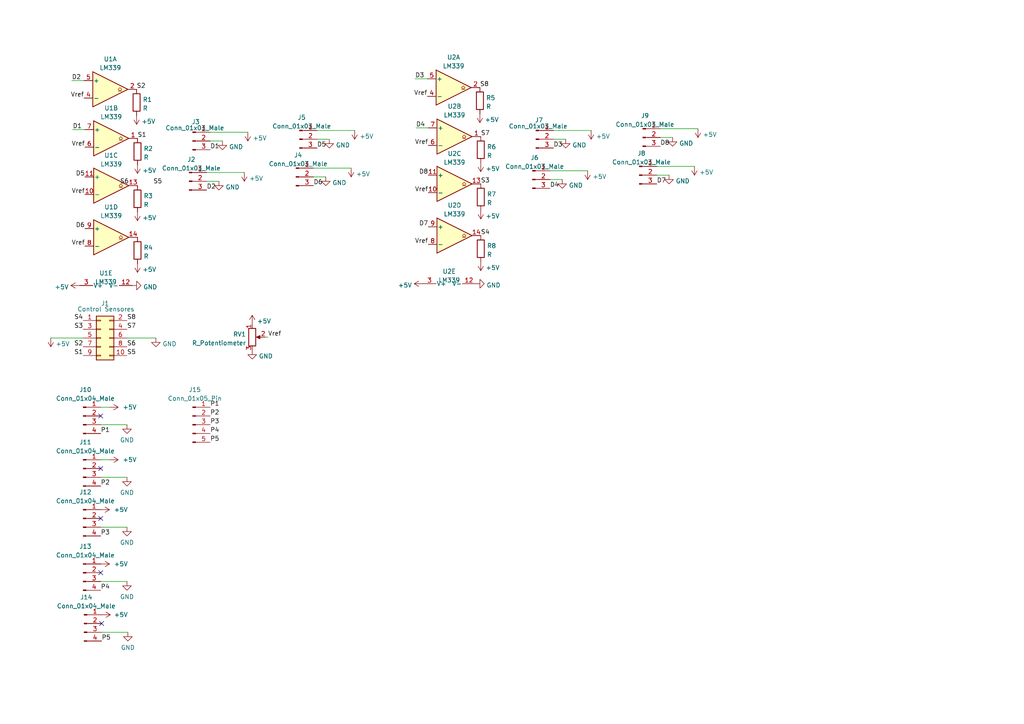
<source format=kicad_sch>
(kicad_sch (version 20230121) (generator eeschema)
  (paper "A4")
  (lib_symbols
    (symbol "Comparator:LM339" (pin_names (offset 0.127))
      (property "Reference" "U" (at 0 5.08 0))
      (property "Value" "LM339" (at 0 -5.08 0))
      (symbol "LM339_1_1"
        (polyline (pts (xy -5.08 5.08) (xy 5.08 0) (xy -5.08 -5.08) (xy -5.08 5.08)) (stroke (width 0.254)) (fill (type background)))
        (polyline (pts (xy 3.302 -0.508) (xy 2.794 -0.508) (xy 3.302 0) (xy 2.794 0.508) (xy 2.286 0) (xy 2.794 -0.508) (xy 2.286 -0.508)) (stroke (width 0.127)))
        (pin open_collector line (at 7.62 0 180) (length 2.54) (name "~") (number "2"))
        (pin input line (at -7.62 -2.54 0) (length 2.54) (name "-") (number "4"))
        (pin input line (at -7.62 2.54 0) (length 2.54) (name "+") (number "5"))
      )
      (symbol "LM339_2_1"
        (polyline (pts (xy -5.08 5.08) (xy 5.08 0) (xy -5.08 -5.08) (xy -5.08 5.08)) (stroke (width 0.254)) (fill (type background)))
        (polyline (pts (xy 3.302 -0.508) (xy 2.794 -0.508) (xy 3.302 0) (xy 2.794 0.508) (xy 2.286 0) (xy 2.794 -0.508) (xy 2.286 -0.508)) (stroke (width 0.127)))
        (pin open_collector line (at 7.62 0 180) (length 2.54) (name "~") (number "1"))
        (pin input line (at -7.62 -2.54 0) (length 2.54) (name "-") (number "6"))
        (pin input line (at -7.62 2.54 0) (length 2.54) (name "+") (number "7"))
      )
      (symbol "LM339_3_1"
        (polyline (pts (xy -5.08 5.08) (xy 5.08 0) (xy -5.08 -5.08) (xy -5.08 5.08)) (stroke (width 0.254)) (fill (type background)))
        (polyline (pts (xy 3.302 -0.508) (xy 2.794 -0.508) (xy 3.302 0) (xy 2.794 0.508) (xy 2.286 0) (xy 2.794 -0.508) (xy 2.286 -0.508)) (stroke (width 0.127)))
        (pin input line (at -7.62 -2.54 0) (length 2.54) (name "-") (number "10"))
        (pin input line (at -7.62 2.54 0) (length 2.54) (name "+") (number "11"))
        (pin open_collector line (at 7.62 0 180) (length 2.54) (name "~") (number "13"))
      )
      (symbol "LM339_4_1"
        (polyline (pts (xy -5.08 5.08) (xy 5.08 0) (xy -5.08 -5.08) (xy -5.08 5.08)) (stroke (width 0.254)) (fill (type background)))
        (polyline (pts (xy 3.302 -0.508) (xy 2.794 -0.508) (xy 3.302 0) (xy 2.794 0.508) (xy 2.286 0) (xy 2.794 -0.508) (xy 2.286 -0.508)) (stroke (width 0.127)))
        (pin open_collector line (at 7.62 0 180) (length 2.54) (name "~") (number "14"))
        (pin input line (at -7.62 -2.54 0) (length 2.54) (name "-") (number "8"))
        (pin input line (at -7.62 2.54 0) (length 2.54) (name "+") (number "9"))
      )
      (symbol "LM339_5_1"
        (pin power_in line (at -2.54 -7.62 90) (length 3.81) (name "V-") (number "12"))
        (pin power_in line (at -2.54 7.62 270) (length 3.81) (name "V+") (number "3"))
      )
    )
    (symbol "Connector:Conn_01x03_Male" (pin_names (offset 1.016) hide)
      (property "Reference" "J" (at 0 5.08 0))
      (property "Value" "Conn_01x03_Male" (at 0 -5.08 0))
      (symbol "Conn_01x03_Male_1_1"
        (polyline (pts (xy 1.27 -2.54) (xy 0.8636 -2.54)) (stroke (width 0.1524)))
        (polyline (pts (xy 1.27 0) (xy 0.8636 0)) (stroke (width 0.1524)))
        (polyline (pts (xy 1.27 2.54) (xy 0.8636 2.54)) (stroke (width 0.1524)))
        (rectangle (start 0.8636 -2.413) (end 0 -2.667) (stroke (width 0.1524)) (fill (type outline)))
        (rectangle (start 0.8636 0.127) (end 0 -0.127) (stroke (width 0.1524)) (fill (type outline)))
        (rectangle (start 0.8636 2.667) (end 0 2.413) (stroke (width 0.1524)) (fill (type outline)))
        (pin passive line (at 5.08 2.54 180) (length 3.81) (name "Pin_1") (number "1"))
        (pin passive line (at 5.08 0 180) (length 3.81) (name "Pin_2") (number "2"))
        (pin passive line (at 5.08 -2.54 180) (length 3.81) (name "Pin_3") (number "3"))
      )
    )
    (symbol "Connector:Conn_01x04_Male" (pin_names (offset 1.016) hide)
      (property "Reference" "J" (at 0 5.08 0))
      (property "Value" "Conn_01x04_Male" (at 0 -7.62 0))
      (symbol "Conn_01x04_Male_1_1"
        (polyline (pts (xy 1.27 -5.08) (xy 0.8636 -5.08)) (stroke (width 0.1524)))
        (polyline (pts (xy 1.27 -2.54) (xy 0.8636 -2.54)) (stroke (width 0.1524)))
        (polyline (pts (xy 1.27 0) (xy 0.8636 0)) (stroke (width 0.1524)))
        (polyline (pts (xy 1.27 2.54) (xy 0.8636 2.54)) (stroke (width 0.1524)))
        (rectangle (start 0.8636 -4.953) (end 0 -5.207) (stroke (width 0.1524)) (fill (type outline)))
        (rectangle (start 0.8636 -2.413) (end 0 -2.667) (stroke (width 0.1524)) (fill (type outline)))
        (rectangle (start 0.8636 0.127) (end 0 -0.127) (stroke (width 0.1524)) (fill (type outline)))
        (rectangle (start 0.8636 2.667) (end 0 2.413) (stroke (width 0.1524)) (fill (type outline)))
        (pin passive line (at 5.08 2.54 180) (length 3.81) (name "Pin_1") (number "1"))
        (pin passive line (at 5.08 0 180) (length 3.81) (name "Pin_2") (number "2"))
        (pin passive line (at 5.08 -2.54 180) (length 3.81) (name "Pin_3") (number "3"))
        (pin passive line (at 5.08 -5.08 180) (length 3.81) (name "Pin_4") (number "4"))
      )
    )
    (symbol "Connector:Conn_01x05_Pin" (pin_names (offset 1.016) hide)
      (property "Reference" "J" (at 0 7.62 0))
      (property "Value" "Conn_01x05_Pin" (at 0 -7.62 0))
      (symbol "Conn_01x05_Pin_1_1"
        (polyline (pts (xy 1.27 -5.08) (xy 0.8636 -5.08)) (stroke (width 0.1524)))
        (polyline (pts (xy 1.27 -2.54) (xy 0.8636 -2.54)) (stroke (width 0.1524)))
        (polyline (pts (xy 1.27 0) (xy 0.8636 0)) (stroke (width 0.1524)))
        (polyline (pts (xy 1.27 2.54) (xy 0.8636 2.54)) (stroke (width 0.1524)))
        (polyline (pts (xy 1.27 5.08) (xy 0.8636 5.08)) (stroke (width 0.1524)))
        (rectangle (start 0.8636 -4.953) (end 0 -5.207) (stroke (width 0.1524)) (fill (type outline)))
        (rectangle (start 0.8636 -2.413) (end 0 -2.667) (stroke (width 0.1524)) (fill (type outline)))
        (rectangle (start 0.8636 0.127) (end 0 -0.127) (stroke (width 0.1524)) (fill (type outline)))
        (rectangle (start 0.8636 2.667) (end 0 2.413) (stroke (width 0.1524)) (fill (type outline)))
        (rectangle (start 0.8636 5.207) (end 0 4.953) (stroke (width 0.1524)) (fill (type outline)))
        (pin passive line (at 5.08 5.08 180) (length 3.81) (name "Pin_1") (number "1"))
        (pin passive line (at 5.08 2.54 180) (length 3.81) (name "Pin_2") (number "2"))
        (pin passive line (at 5.08 0 180) (length 3.81) (name "Pin_3") (number "3"))
        (pin passive line (at 5.08 -2.54 180) (length 3.81) (name "Pin_4") (number "4"))
        (pin passive line (at 5.08 -5.08 180) (length 3.81) (name "Pin_5") (number "5"))
      )
    )
    (symbol "Connector_Generic:Conn_02x05_Odd_Even" (pin_names (offset 1.016) hide)
      (property "Reference" "J" (at 1.27 7.62 0))
      (property "Value" "Conn_02x05_Odd_Even" (at 1.27 -7.62 0))
      (symbol "Conn_02x05_Odd_Even_1_1"
        (rectangle (start -1.27 -4.953) (end 0 -5.207) (stroke (width 0.1524)))
        (rectangle (start -1.27 -2.413) (end 0 -2.667) (stroke (width 0.1524)))
        (rectangle (start -1.27 0.127) (end 0 -0.127) (stroke (width 0.1524)))
        (rectangle (start -1.27 2.667) (end 0 2.413) (stroke (width 0.1524)))
        (rectangle (start -1.27 5.207) (end 0 4.953) (stroke (width 0.1524)))
        (rectangle (start -1.27 6.35) (end 3.81 -6.35) (stroke (width 0.254)) (fill (type background)))
        (rectangle (start 3.81 -4.953) (end 2.54 -5.207) (stroke (width 0.1524)))
        (rectangle (start 3.81 -2.413) (end 2.54 -2.667) (stroke (width 0.1524)))
        (rectangle (start 3.81 0.127) (end 2.54 -0.127) (stroke (width 0.1524)))
        (rectangle (start 3.81 2.667) (end 2.54 2.413) (stroke (width 0.1524)))
        (rectangle (start 3.81 5.207) (end 2.54 4.953) (stroke (width 0.1524)))
        (pin passive line (at -5.08 5.08 0) (length 3.81) (name "Pin_1") (number "1"))
        (pin passive line (at 7.62 -5.08 180) (length 3.81) (name "Pin_10") (number "10"))
        (pin passive line (at 7.62 5.08 180) (length 3.81) (name "Pin_2") (number "2"))
        (pin passive line (at -5.08 2.54 0) (length 3.81) (name "Pin_3") (number "3"))
        (pin passive line (at 7.62 2.54 180) (length 3.81) (name "Pin_4") (number "4"))
        (pin passive line (at -5.08 0 0) (length 3.81) (name "Pin_5") (number "5"))
        (pin passive line (at 7.62 0 180) (length 3.81) (name "Pin_6") (number "6"))
        (pin passive line (at -5.08 -2.54 0) (length 3.81) (name "Pin_7") (number "7"))
        (pin passive line (at 7.62 -2.54 180) (length 3.81) (name "Pin_8") (number "8"))
        (pin passive line (at -5.08 -5.08 0) (length 3.81) (name "Pin_9") (number "9"))
      )
    )
    (symbol "Device:R" (pin_numbers hide) (pin_names (offset 0))
      (property "Reference" "R" (at 2.032 0 90))
      (property "Value" "R" (at 0 0 90))
      (symbol "R_0_1"
        (rectangle (start -1.016 -2.54) (end 1.016 2.54) (stroke (width 0.254)))
      )
      (symbol "R_1_1"
        (pin passive line (at 0 3.81 270) (length 1.27) (name "~") (number "1"))
        (pin passive line (at 0 -3.81 90) (length 1.27) (name "~") (number "2"))
      )
    )
    (symbol "Device:R_Potentiometer" (pin_names (offset 1.016) hide)
      (property "Reference" "RV" (at -4.445 0 90))
      (property "Value" "R_Potentiometer" (at -2.54 0 90))
      (symbol "R_Potentiometer_0_1"
        (polyline (pts (xy 2.54 0) (xy 1.524 0)))
        (polyline (pts (xy 1.143 0) (xy 2.286 0.508) (xy 2.286 -0.508) (xy 1.143 0)) (fill (type outline)))
        (rectangle (start 1.016 2.54) (end -1.016 -2.54) (stroke (width 0.254)))
      )
      (symbol "R_Potentiometer_1_1"
        (pin passive line (at 0 3.81 270) (length 1.27) (name "1") (number "1"))
        (pin passive line (at 3.81 0 180) (length 1.27) (name "2") (number "2"))
        (pin passive line (at 0 -3.81 90) (length 1.27) (name "3") (number "3"))
      )
    )
    (symbol "power:+5V" (power) (pin_names (offset 0))
      (property "Value" "+5V" (at 0 3.556 0))
      (symbol "+5V_0_1"
        (polyline (pts (xy -0.762 1.27) (xy 0 2.54)))
        (polyline (pts (xy 0 0) (xy 0 2.54)))
        (polyline (pts (xy 0 2.54) (xy 0.762 1.27)))
      )
      (symbol "+5V_1_1"
        (pin power_in line (at 0 0 90) (length 0) hide (name "+5V") (number "1"))
      )
    )
    (symbol "power:GND" (power) (pin_names (offset 0))
      (property "Value" "GND" (at 0 -3.81 0))
      (symbol "GND_0_1"
        (polyline (pts (xy 0 0) (xy 0 -1.27) (xy 1.27 -1.27) (xy 0 -2.54) (xy -1.27 -1.27) (xy 0 -1.27)))
      )
      (symbol "GND_1_1"
        (pin power_in line (at 0 0 270) (length 0) hide (name "GND") (number "1"))
      )
    )
  )
  (no_connect (at 29.21 120.65))
  (no_connect (at 29.21 150.368))
  (no_connect (at 29.21 166.116))
  (no_connect (at 29.21 135.89))
  (no_connect (at 29.464 180.848))
  (wire (pts (xy 31.75 118.11) (xy 29.21 118.11)))
  (wire (pts (xy 36.83 123.19) (xy 29.21 123.19)))
  (wire (pts (xy 101.854 48.768) (xy 90.932 48.768)))
  (wire (pts (xy 164.084 40.386) (xy 160.528 40.386)))
  (wire (pts (xy 194.056 50.8) (xy 190.5 50.8)))
  (wire (pts (xy 120.396 22.86) (xy 123.952 22.86)))
  (wire (pts (xy 31.75 133.35) (xy 29.21 133.35)))
  (wire (pts (xy 63.5 52.578) (xy 59.944 52.578)))
  (wire (pts (xy 94.488 51.308) (xy 90.932 51.308)))
  (wire (pts (xy 64.516 40.894) (xy 60.96 40.894)))
  (wire (pts (xy 76.962 97.79) (xy 77.724 97.79)))
  (wire (pts (xy 95.504 40.386) (xy 91.948 40.386)))
  (wire (pts (xy 102.87 37.846) (xy 91.948 37.846)))
  (wire (pts (xy 36.83 168.656) (xy 29.21 168.656)))
  (wire (pts (xy 195.072 39.878) (xy 191.516 39.878)))
  (wire (pts (xy 36.83 152.908) (xy 29.21 152.908)))
  (wire (pts (xy 171.45 37.846) (xy 160.528 37.846)))
  (wire (pts (xy 37.084 183.388) (xy 29.464 183.388)))
  (wire (pts (xy 14.732 98.044) (xy 24.13 98.044)))
  (wire (pts (xy 70.866 50.038) (xy 59.944 50.038)))
  (wire (pts (xy 201.422 48.26) (xy 190.5 48.26)))
  (wire (pts (xy 202.438 37.338) (xy 191.516 37.338)))
  (wire (pts (xy 170.434 49.53) (xy 159.512 49.53)))
  (wire (pts (xy 21.082 37.592) (xy 24.638 37.592)))
  (wire (pts (xy 36.83 138.43) (xy 29.21 138.43)))
  (wire (pts (xy 163.068 52.07) (xy 159.512 52.07)))
  (wire (pts (xy 120.65 37.084) (xy 124.206 37.084)))
  (wire (pts (xy 20.828 23.368) (xy 24.384 23.368)))
  (wire (pts (xy 71.882 38.354) (xy 60.96 38.354)))
  (wire (pts (xy 45.212 98.044) (xy 36.83 98.044)))
  (label "P4" (at 29.21 171.196 0))
  (label "D3" (at 160.528 42.926 0))
  (label "S5" (at 36.83 103.124 0))
  (label "P2" (at 60.96 120.65 0))
  (label "D1" (at 21.082 37.592 0))
  (label "S6" (at 34.798 53.594 0))
  (label "D2" (at 59.944 55.118 0))
  (label "S5" (at 44.45 53.594 0))
  (label "S7" (at 139.446 39.624 0))
  (label "S1" (at 39.878 40.132 0))
  (label "Vref" (at 124.206 55.88 180))
  (label "S7" (at 36.83 95.504 0))
  (label "D2" (at 20.828 23.368 0))
  (label "S6" (at 36.83 100.584 0))
  (label "S2" (at 39.624 25.908 0))
  (label "P5" (at 60.96 128.27 0))
  (label "P1" (at 29.21 125.73 0))
  (label "S8" (at 139.192 25.4 0))
  (label "S8" (at 36.83 92.964 0))
  (label "S3" (at 139.446 53.34 0))
  (label "D4" (at 120.65 37.084 0))
  (label "D5" (at 91.948 42.926 0))
  (label "S2" (at 24.13 100.584 180))
  (label "Vref" (at 124.206 70.866 180))
  (label "P4" (at 60.96 125.73 0))
  (label "P3" (at 29.21 155.448 0))
  (label "D6" (at 24.638 66.294 180))
  (label "S4" (at 24.13 92.964 180))
  (label "S1" (at 24.13 103.124 180))
  (label "D6" (at 90.932 53.848 0))
  (label "D4" (at 159.512 54.61 0))
  (label "P2" (at 29.21 140.97 0))
  (label "Vref" (at 24.638 42.672 180))
  (label "D1" (at 60.96 43.434 0))
  (label "D3" (at 120.396 22.86 0))
  (label "S4" (at 139.446 68.326 0))
  (label "P3" (at 60.96 123.19 0))
  (label "D8" (at 124.206 50.8 180))
  (label "P5" (at 29.464 185.928 0))
  (label "Vref" (at 123.952 27.94 180))
  (label "Vref" (at 24.638 56.388 180))
  (label "D7" (at 190.5 53.34 0))
  (label "D5" (at 24.638 51.308 180))
  (label "Vref" (at 24.384 28.448 180))
  (label "S3" (at 24.13 95.504 180))
  (label "Vref" (at 124.206 42.164 180))
  (label "P1" (at 60.96 118.11 0))
  (label "D8" (at 191.516 42.418 0))
  (label "Vref" (at 77.724 97.79 0))
  (label "Vref" (at 24.638 71.374 180))
  (label "D7" (at 124.206 65.786 180))
  (symbol (lib_id "Device:R_Potentiometer") (at 73.152 97.79 0) (unit 1)
    (property "Reference" "RV1" (at 71.3741 96.9553 0) (effects (justify right)))
    (property "Value" "R_Potentiometer" (at 71.3741 99.4922 0) (effects (justify right)))
    (property "Footprint" "Potentiometer_THT:Potentiometer_Bourns_3299W_Vertical" (effects hide))
  )
  (symbol (lib_id "Connector:Conn_01x03_Male") (at 55.88 40.894 0) (unit 1)
    (property "Reference" "J3" (at 56.769 35.34 0))
    (property "Value" "Conn_01x03_Male" (at 56.515 37.1149 0))
    (property "Footprint" "Connector_PinHeader_2.54mm:PinHeader_1x03_P2.54mm_Vertical" (effects hide))
  )
  (symbol (lib_id "Comparator:LM339") (at 131.572 25.4 0) (unit 1)
    (property "Reference" "U2" (at 131.572 16.6202 0))
    (property "Value" "LM339" (at 131.572 19.1571 0))
    (property "Footprint" "Package_DIP:DIP-14_W7.62mm_Socket_LongPads" (effects hide))
    (property "Datasheet" "https://www.st.com/resource/en/datasheet/lm139.pdf" (effects hide))
  )
  (symbol (lib_id "Connector:Conn_01x03_Male") (at 85.852 51.308 0) (unit 1)
    (property "Reference" "J4" (at 86.487 44.992 0))
    (property "Value" "Conn_01x03_Male" (at 86.487 47.5289 0))
    (property "Footprint" "Connector_PinHeader_2.54mm:PinHeader_1x03_P2.54mm_Vertical" (effects hide))
  )
  (symbol (lib_id "Connector_Generic:Conn_02x05_Odd_Even") (at 29.21 98.044 0) (unit 1)
    (property "Reference" "J1" (at 30.48 87.9942 0))
    (property "Value" "Control Sensores" (at 30.734 89.662 0))
    (property "Footprint" "Connector_IDC:IDC-Header_2x05_P2.54mm_Horizontal" (effects hide))
  )
  (symbol (lib_id "Device:R") (at 139.446 57.15 0) (unit 1)
    (property "Reference" "R7" (at 141.224 56.3153 0) (effects (justify left)))
    (property "Value" "R" (at 141.224 58.8522 0) (effects (justify left)))
    (property "Footprint" "Resistor_THT:R_Axial_DIN0207_L6.3mm_D2.5mm_P10.16mm_Horizontal" (effects hide))
  )
  (symbol (lib_id "power:GND") (at 45.212 98.044 0) (unit 1)
    (property "Reference" "#PWR08" (effects hide))
    (property "Value" "GND" (at 47.117 99.7478 0) (effects (justify left)))
  )
  (symbol (lib_id "power:GND") (at 164.084 40.386 0) (unit 1)
    (property "Reference" "#PWR026" (effects hide))
    (property "Value" "GND" (at 165.989 42.0898 0) (effects (justify left)))
  )
  (symbol (lib_id "Connector:Conn_01x03_Male") (at 54.864 52.578 0) (unit 1)
    (property "Reference" "J2" (at 55.499 46.262 0))
    (property "Value" "Conn_01x03_Male" (at 55.499 48.7989 0))
    (property "Footprint" "Connector_PinHeader_2.54mm:PinHeader_1x03_P2.54mm_Vertical" (effects hide))
  )
  (symbol (lib_id "Connector:Conn_01x04_Male") (at 24.13 135.89 0) (unit 1)
    (property "Reference" "J11" (at 24.765 128.27 0))
    (property "Value" "Conn_01x04_Male" (at 24.765 130.81 0))
    (property "Footprint" "Connector_PinSocket_2.54mm:PinSocket_1x04_P2.54mm_Vertical" (effects hide))
  )
  (symbol (lib_id "power:+5V") (at 39.878 76.454 180) (unit 1)
    (property "Reference" "#PWR07" (effects hide))
    (property "Value" "+5V" (at 41.275 78.1578 0) (effects (justify right)))
  )
  (symbol (lib_id "power:+5V") (at 39.878 61.468 180) (unit 1)
    (property "Reference" "#PWR06" (effects hide))
    (property "Value" "+5V" (at 41.275 63.1718 0) (effects (justify right)))
  )
  (symbol (lib_id "Device:R") (at 139.446 43.434 0) (unit 1)
    (property "Reference" "R6" (at 141.224 42.5993 0) (effects (justify left)))
    (property "Value" "R" (at 141.224 45.1362 0) (effects (justify left)))
    (property "Footprint" "Resistor_THT:R_Axial_DIN0207_L6.3mm_D2.5mm_P10.16mm_Horizontal" (effects hide))
  )
  (symbol (lib_id "power:+5V") (at 29.21 147.828 270) (unit 1)
    (property "Reference" "#PWR040" (effects hide))
    (property "Value" "+5V" (at 33.02 147.828 90) (effects (justify left)))
  )
  (symbol (lib_id "power:+5V") (at 102.87 37.846 180) (unit 1)
    (property "Reference" "#PWR018" (effects hide))
    (property "Value" "+5V" (at 104.267 39.5498 0) (effects (justify right)))
  )
  (symbol (lib_id "power:GND") (at 163.068 52.07 0) (unit 1)
    (property "Reference" "#PWR025" (effects hide))
    (property "Value" "GND" (at 164.973 53.7738 0) (effects (justify left)))
  )
  (symbol (lib_id "power:GND") (at 95.504 40.386 0) (unit 1)
    (property "Reference" "#PWR016" (effects hide))
    (property "Value" "GND" (at 97.409 42.0898 0) (effects (justify left)))
  )
  (symbol (lib_id "power:+5V") (at 31.75 133.35 270) (unit 1)
    (property "Reference" "#PWR039" (effects hide))
    (property "Value" "+5V" (at 35.56 133.35 90) (effects (justify left)))
  )
  (symbol (lib_id "Connector:Conn_01x03_Male") (at 86.868 40.386 0) (unit 1)
    (property "Reference" "J5" (at 87.503 34.07 0))
    (property "Value" "Conn_01x03_Male" (at 87.503 36.6069 0))
    (property "Footprint" "Connector_PinHeader_2.54mm:PinHeader_1x03_P2.54mm_Vertical" (effects hide))
  )
  (symbol (lib_id "Comparator:LM339") (at 30.734 80.264 90) (unit 5)
    (property "Reference" "U1" (at 30.734 79.2312 90))
    (property "Value" "LM339" (at 30.734 81.7681 90))
    (property "Footprint" "Package_DIP:DIP-14_W7.62mm_Socket_LongPads" (effects hide))
    (property "Datasheet" "https://www.st.com/resource/en/datasheet/lm139.pdf" (effects hide))
  )
  (symbol (lib_id "Connector:Conn_01x03_Male") (at 185.42 50.8 0) (unit 1)
    (property "Reference" "J8" (at 186.055 44.484 0))
    (property "Value" "Conn_01x03_Male" (at 186.055 47.0209 0))
    (property "Footprint" "Connector_PinHeader_2.54mm:PinHeader_1x03_P2.54mm_Vertical" (effects hide))
  )
  (symbol (lib_id "Comparator:LM339") (at 32.258 53.848 0) (unit 3)
    (property "Reference" "U1" (at 32.258 45.0682 0))
    (property "Value" "LM339" (at 32.258 47.6051 0))
    (property "Footprint" "Package_DIP:DIP-14_W7.62mm_Socket_LongPads" (effects hide))
    (property "Datasheet" "https://www.st.com/resource/en/datasheet/lm139.pdf" (effects hide))
  )
  (symbol (lib_id "Connector:Conn_01x03_Male") (at 154.432 52.07 0) (unit 1)
    (property "Reference" "J6" (at 155.067 45.754 0))
    (property "Value" "Conn_01x03_Male" (at 155.067 48.2909 0))
    (property "Footprint" "Connector_PinHeader_2.54mm:PinHeader_1x03_P2.54mm_Vertical" (effects hide))
  )
  (symbol (lib_id "Comparator:LM339") (at 32.258 40.132 0) (unit 2)
    (property "Reference" "U1" (at 32.258 31.3522 0))
    (property "Value" "LM339" (at 32.258 33.8891 0))
    (property "Footprint" "Package_DIP:DIP-14_W7.62mm_Socket_LongPads" (effects hide))
    (property "Datasheet" "https://www.st.com/resource/en/datasheet/lm139.pdf" (effects hide))
  )
  (symbol (lib_id "power:+5V") (at 201.422 48.26 180) (unit 1)
    (property "Reference" "#PWR031" (effects hide))
    (property "Value" "+5V" (at 202.819 49.9638 0) (effects (justify right)))
  )
  (symbol (lib_id "power:+5V") (at 73.152 93.98 0) (unit 1)
    (property "Reference" "#PWR013" (effects hide))
    (property "Value" "+5V" (at 74.549 93.1438 0) (effects (justify left)))
  )
  (symbol (lib_id "Connector:Conn_01x03_Male") (at 186.436 39.878 0) (unit 1)
    (property "Reference" "J9" (at 187.071 33.562 0))
    (property "Value" "Conn_01x03_Male" (at 187.071 36.0989 0))
    (property "Footprint" "Connector_PinHeader_2.54mm:PinHeader_1x03_P2.54mm_Vertical" (effects hide))
  )
  (symbol (lib_id "power:+5V") (at 71.882 38.354 180) (unit 1)
    (property "Reference" "#PWR012" (effects hide))
    (property "Value" "+5V" (at 73.279 40.0578 0) (effects (justify right)))
  )
  (symbol (lib_id "Device:R") (at 139.192 29.21 0) (unit 1)
    (property "Reference" "R5" (at 140.97 28.3753 0) (effects (justify left)))
    (property "Value" "R" (at 140.97 30.9122 0) (effects (justify left)))
    (property "Footprint" "Resistor_THT:R_Axial_DIN0207_L6.3mm_D2.5mm_P10.16mm_Horizontal" (effects hide))
  )
  (symbol (lib_id "Device:R") (at 39.624 29.718 0) (unit 1)
    (property "Reference" "R1" (at 41.402 28.8833 0) (effects (justify left)))
    (property "Value" "R" (at 41.402 31.4202 0) (effects (justify left)))
    (property "Footprint" "Resistor_THT:R_Axial_DIN0207_L6.3mm_D2.5mm_P10.16mm_Horizontal" (effects hide))
  )
  (symbol (lib_id "power:GND") (at 36.83 123.19 0) (unit 1)
    (property "Reference" "#PWR033" (effects hide))
    (property "Value" "GND" (at 36.83 127.6334 0))
  )
  (symbol (lib_id "power:+5V") (at 139.192 33.02 180) (unit 1)
    (property "Reference" "#PWR021" (effects hide))
    (property "Value" "+5V" (at 140.589 34.7238 0) (effects (justify right)))
  )
  (symbol (lib_id "power:+5V") (at 14.732 98.044 180) (unit 1)
    (property "Reference" "#PWR01" (effects hide))
    (property "Value" "+5V" (at 16.129 99.7478 0) (effects (justify right)))
  )
  (symbol (lib_id "power:+5V") (at 139.446 60.96 180) (unit 1)
    (property "Reference" "#PWR023" (effects hide))
    (property "Value" "+5V" (at 140.843 62.6638 0) (effects (justify right)))
  )
  (symbol (lib_id "power:+5V") (at 171.45 37.846 180) (unit 1)
    (property "Reference" "#PWR028" (effects hide))
    (property "Value" "+5V" (at 172.847 39.5498 0) (effects (justify right)))
  )
  (symbol (lib_id "Comparator:LM339") (at 32.258 68.834 0) (unit 4)
    (property "Reference" "U1" (at 32.258 60.0542 0))
    (property "Value" "LM339" (at 32.258 62.5911 0))
    (property "Footprint" "Package_DIP:DIP-14_W7.62mm_Socket_LongPads" (effects hide))
    (property "Datasheet" "https://www.st.com/resource/en/datasheet/lm139.pdf" (effects hide))
  )
  (symbol (lib_id "power:+5V") (at 29.21 163.576 270) (unit 1)
    (property "Reference" "#PWR041" (effects hide))
    (property "Value" "+5V" (at 33.02 163.576 90) (effects (justify left)))
  )
  (symbol (lib_id "power:GND") (at 94.488 51.308 0) (unit 1)
    (property "Reference" "#PWR015" (effects hide))
    (property "Value" "GND" (at 96.393 53.0118 0) (effects (justify left)))
  )
  (symbol (lib_id "power:+5V") (at 39.878 47.752 180) (unit 1)
    (property "Reference" "#PWR05" (effects hide))
    (property "Value" "+5V" (at 41.275 49.4558 0) (effects (justify right)))
  )
  (symbol (lib_id "Device:R") (at 139.446 72.136 0) (unit 1)
    (property "Reference" "R8" (at 141.224 71.3013 0) (effects (justify left)))
    (property "Value" "R" (at 141.224 73.8382 0) (effects (justify left)))
    (property "Footprint" "Resistor_THT:R_Axial_DIN0207_L6.3mm_D2.5mm_P10.16mm_Horizontal" (effects hide))
  )
  (symbol (lib_id "power:GND") (at 73.152 101.6 0) (unit 1)
    (property "Reference" "#PWR014" (effects hide))
    (property "Value" "GND" (at 75.057 103.3038 0) (effects (justify left)))
  )
  (symbol (lib_id "Comparator:LM339") (at 130.302 79.756 90) (unit 5)
    (property "Reference" "U2" (at 130.302 78.7232 90))
    (property "Value" "LM339" (at 130.302 81.2601 90))
    (property "Footprint" "Package_DIP:DIP-14_W7.62mm_Socket_LongPads" (effects hide))
    (property "Datasheet" "https://www.st.com/resource/en/datasheet/lm139.pdf" (effects hide))
  )
  (symbol (lib_id "power:GND") (at 37.084 183.388 0) (unit 1)
    (property "Reference" "#PWR037" (effects hide))
    (property "Value" "GND" (at 37.084 187.8314 0))
  )
  (symbol (lib_id "power:GND") (at 194.056 50.8 0) (unit 1)
    (property "Reference" "#PWR029" (effects hide))
    (property "Value" "GND" (at 195.961 52.5038 0) (effects (justify left)))
  )
  (symbol (lib_id "power:GND") (at 36.83 138.43 0) (unit 1)
    (property "Reference" "#PWR034" (effects hide))
    (property "Value" "GND" (at 36.83 142.8734 0))
  )
  (symbol (lib_id "Device:R") (at 39.878 72.644 0) (unit 1)
    (property "Reference" "R4" (at 41.656 71.8093 0) (effects (justify left)))
    (property "Value" "R" (at 41.656 74.3462 0) (effects (justify left)))
    (property "Footprint" "Resistor_THT:R_Axial_DIN0207_L6.3mm_D2.5mm_P10.16mm_Horizontal" (effects hide))
  )
  (symbol (lib_id "power:+5V") (at 139.446 47.244 180) (unit 1)
    (property "Reference" "#PWR022" (effects hide))
    (property "Value" "+5V" (at 140.843 48.9478 0) (effects (justify right)))
  )
  (symbol (lib_id "power:+5V") (at 70.866 50.038 180) (unit 1)
    (property "Reference" "#PWR011" (effects hide))
    (property "Value" "+5V" (at 72.263 51.7418 0) (effects (justify right)))
  )
  (symbol (lib_id "power:+5V") (at 29.464 178.308 270) (unit 1)
    (property "Reference" "#PWR042" (effects hide))
    (property "Value" "+5V" (at 33.02 178.308 90) (effects (justify left)))
  )
  (symbol (lib_id "Comparator:LM339") (at 32.004 25.908 0) (unit 1)
    (property "Reference" "U1" (at 32.004 17.1282 0))
    (property "Value" "LM339" (at 32.004 19.6651 0))
    (property "Footprint" "Package_DIP:DIP-14_W7.62mm_Socket_LongPads" (effects hide))
    (property "Datasheet" "https://www.st.com/resource/en/datasheet/lm139.pdf" (effects hide))
  )
  (symbol (lib_id "Connector:Conn_01x04_Male") (at 24.13 120.65 0) (unit 1)
    (property "Reference" "J10" (at 24.765 113.03 0))
    (property "Value" "Conn_01x04_Male" (at 24.765 115.57 0))
    (property "Footprint" "Connector_PinSocket_2.54mm:PinSocket_1x04_P2.54mm_Vertical" (effects hide))
  )
  (symbol (lib_id "power:+5V") (at 39.624 33.528 180) (unit 1)
    (property "Reference" "#PWR04" (effects hide))
    (property "Value" "+5V" (at 41.021 35.2318 0) (effects (justify right)))
  )
  (symbol (lib_id "power:GND") (at 64.516 40.894 0) (unit 1)
    (property "Reference" "#PWR010" (effects hide))
    (property "Value" "GND" (at 66.421 42.5978 0) (effects (justify left)))
  )
  (symbol (lib_id "power:+5V") (at 31.75 118.11 270) (unit 1)
    (property "Reference" "#PWR038" (effects hide))
    (property "Value" "+5V" (at 35.56 118.11 90) (effects (justify left)))
  )
  (symbol (lib_id "power:GND") (at 36.83 152.908 0) (unit 1)
    (property "Reference" "#PWR035" (effects hide))
    (property "Value" "GND" (at 36.83 157.3514 0))
  )
  (symbol (lib_id "power:GND") (at 137.922 82.296 90) (unit 1)
    (property "Reference" "#PWR020" (effects hide))
    (property "Value" "GND" (at 141.097 82.7298 90) (effects (justify right)))
  )
  (symbol (lib_id "power:GND") (at 38.354 82.804 90) (unit 1)
    (property "Reference" "#PWR03" (effects hide))
    (property "Value" "GND" (at 41.529 83.2378 90) (effects (justify right)))
  )
  (symbol (lib_id "Connector:Conn_01x04_Male") (at 24.13 166.116 0) (unit 1)
    (property "Reference" "J13" (at 24.765 158.496 0))
    (property "Value" "Conn_01x04_Male" (at 24.765 161.036 0))
    (property "Footprint" "Connector_PinSocket_2.54mm:PinSocket_1x04_P2.54mm_Vertical" (effects hide))
  )
  (symbol (lib_id "Connector:Conn_01x04_Male") (at 24.13 150.368 0) (unit 1)
    (property "Reference" "J12" (at 24.765 142.748 0))
    (property "Value" "Conn_01x04_Male" (at 24.765 145.288 0))
    (property "Footprint" "Connector_PinSocket_2.54mm:PinSocket_1x04_P2.54mm_Vertical" (effects hide))
  )
  (symbol (lib_id "Connector:Conn_01x04_Male") (at 24.384 180.848 0) (unit 1)
    (property "Reference" "J14" (at 25.019 173.228 0))
    (property "Value" "Conn_01x04_Male" (at 25.019 175.768 0))
    (property "Footprint" "Connector_PinSocket_2.54mm:PinSocket_1x04_P2.54mm_Vertical" (effects hide))
  )
  (symbol (lib_id "power:+5V") (at 139.446 75.946 180) (unit 1)
    (property "Reference" "#PWR024" (effects hide))
    (property "Value" "+5V" (at 140.843 77.6498 0) (effects (justify right)))
  )
  (symbol (lib_id "Comparator:LM339") (at 131.826 53.34 0) (unit 3)
    (property "Reference" "U2" (at 131.826 44.5602 0))
    (property "Value" "LM339" (at 131.826 47.0971 0))
    (property "Footprint" "Package_DIP:DIP-14_W7.62mm_Socket_LongPads" (effects hide))
    (property "Datasheet" "https://www.st.com/resource/en/datasheet/lm139.pdf" (effects hide))
  )
  (symbol (lib_id "power:GND") (at 195.072 39.878 0) (unit 1)
    (property "Reference" "#PWR030" (effects hide))
    (property "Value" "GND" (at 196.977 41.5818 0) (effects (justify left)))
  )
  (symbol (lib_id "Device:R") (at 39.878 57.658 0) (unit 1)
    (property "Reference" "R3" (at 41.656 56.8233 0) (effects (justify left)))
    (property "Value" "R" (at 41.656 59.3602 0) (effects (justify left)))
    (property "Footprint" "Resistor_THT:R_Axial_DIN0207_L6.3mm_D2.5mm_P10.16mm_Horizontal" (effects hide))
  )
  (symbol (lib_id "Device:R") (at 39.878 43.942 0) (unit 1)
    (property "Reference" "R2" (at 41.656 43.1073 0) (effects (justify left)))
    (property "Value" "R" (at 41.656 45.6442 0) (effects (justify left)))
    (property "Footprint" "Resistor_THT:R_Axial_DIN0207_L6.3mm_D2.5mm_P10.16mm_Horizontal" (effects hide))
  )
  (symbol (lib_id "power:+5V") (at 23.114 82.804 90) (unit 1)
    (property "Reference" "#PWR02" (effects hide))
    (property "Value" "+5V" (at 19.9391 83.2378 90) (effects (justify left)))
  )
  (symbol (lib_id "Comparator:LM339") (at 131.826 39.624 0) (unit 2)
    (property "Reference" "U2" (at 131.826 30.8442 0))
    (property "Value" "LM339" (at 131.826 33.3811 0))
    (property "Footprint" "Package_DIP:DIP-14_W7.62mm_Socket_LongPads" (effects hide))
    (property "Datasheet" "https://www.st.com/resource/en/datasheet/lm139.pdf" (effects hide))
  )
  (symbol (lib_id "power:+5V") (at 170.434 49.53 180) (unit 1)
    (property "Reference" "#PWR027" (effects hide))
    (property "Value" "+5V" (at 171.831 51.2338 0) (effects (justify right)))
  )
  (symbol (lib_id "Connector:Conn_01x05_Pin") (at 55.88 123.19 0) (unit 1)
    (property "Reference" "J15" (at 56.515 113.03 0))
    (property "Value" "Conn_01x05_Pin" (at 56.515 115.57 0))
    (property "Footprint" "Connector_PinHeader_2.54mm:PinHeader_1x05_P2.54mm_Horizontal" (effects hide))
  )
  (symbol (lib_id "power:+5V") (at 122.682 82.296 90) (unit 1)
    (property "Reference" "#PWR019" (effects hide))
    (property "Value" "+5V" (at 119.5071 82.7298 90) (effects (justify left)))
  )
  (symbol (lib_id "power:+5V") (at 202.438 37.338 180) (unit 1)
    (property "Reference" "#PWR032" (effects hide))
    (property "Value" "+5V" (at 203.835 39.0418 0) (effects (justify right)))
  )
  (symbol (lib_id "power:GND") (at 36.83 168.656 0) (unit 1)
    (property "Reference" "#PWR036" (effects hide))
    (property "Value" "GND" (at 36.83 173.0994 0))
  )
  (symbol (lib_id "power:+5V") (at 101.854 48.768 180) (unit 1)
    (property "Reference" "#PWR017" (effects hide))
    (property "Value" "+5V" (at 103.251 50.4718 0) (effects (justify right)))
  )
  (symbol (lib_id "Comparator:LM339") (at 131.826 68.326 0) (unit 4)
    (property "Reference" "U2" (at 131.826 59.5462 0))
    (property "Value" "LM339" (at 131.826 62.0831 0))
    (property "Footprint" "Package_DIP:DIP-14_W7.62mm_Socket_LongPads" (effects hide))
    (property "Datasheet" "https://www.st.com/resource/en/datasheet/lm139.pdf" (effects hide))
  )
  (symbol (lib_id "power:GND") (at 63.5 52.578 0) (unit 1)
    (property "Reference" "#PWR09" (effects hide))
    (property "Value" "GND" (at 65.405 54.2818 0) (effects (justify left)))
  )
  (symbol (lib_id "Connector:Conn_01x03_Male") (at 155.448 40.386 0) (unit 1)
    (property "Reference" "J7" (at 156.337 34.832 0))
    (property "Value" "Conn_01x03_Male" (at 156.083 36.6069 0))
    (property "Footprint" "Connector_PinHeader_2.54mm:PinHeader_1x03_P2.54mm_Vertical" (effects hide))
  )
)
</source>
